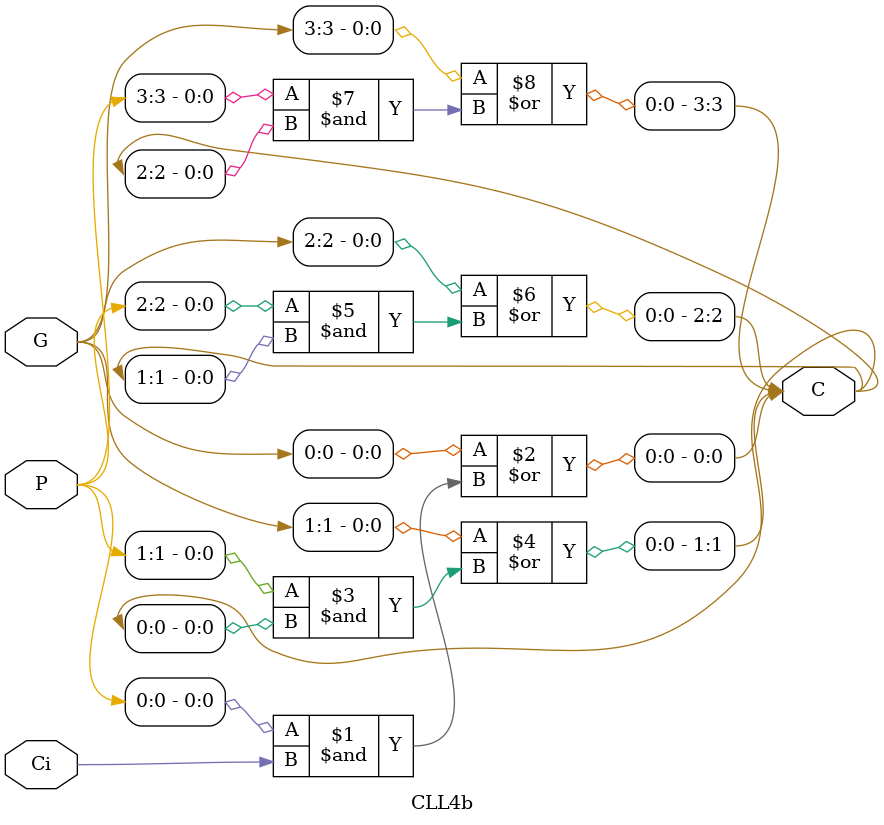
<source format=v>
module CLL4b(
    input Ci,
    input [3:0] G,
    input [3:0] P,

    output [3:0] C
);

    assign C[0] = G[0] | (P[0] & Ci);
    assign C[1] = G[1] | (P[1] & C[0]);
    assign C[2] = G[2] | (P[2] & C[1]);
    assign C[3] = G[3] | (P[3] & C[2]);

endmodule




</source>
